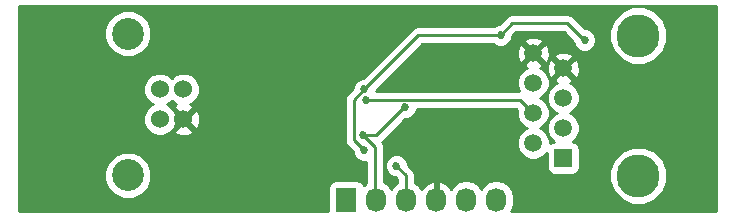
<source format=gbl>
G04 #@! TF.FileFunction,Copper,L2,Bot,Signal*
%FSLAX46Y46*%
G04 Gerber Fmt 4.6, Leading zero omitted, Abs format (unit mm)*
G04 Created by KiCad (PCBNEW 4.0.2-stable) date Friday, May 27, 2016 'PMt' 10:32:27 PM*
%MOMM*%
G01*
G04 APERTURE LIST*
%ADD10C,0.100000*%
%ADD11C,3.649980*%
%ADD12R,1.501140X1.501140*%
%ADD13C,1.501140*%
%ADD14C,1.524000*%
%ADD15C,2.700020*%
%ADD16R,1.727200X2.032000*%
%ADD17O,1.727200X2.032000*%
%ADD18C,0.685800*%
%ADD19C,0.254000*%
G04 APERTURE END LIST*
D10*
D11*
X91846400Y-37343080D03*
X91846400Y-49212500D03*
D12*
X85496400Y-47726600D03*
D13*
X82956400Y-46456600D03*
X85496400Y-45186600D03*
X82956400Y-43916600D03*
X85496400Y-42646600D03*
X82956400Y-41376600D03*
X85496400Y-40106600D03*
X82956400Y-38836600D03*
D14*
X53340000Y-41910000D03*
X53340000Y-44450000D03*
X51341020Y-44450000D03*
X51341020Y-41910000D03*
D15*
X48641000Y-37180520D03*
X48641000Y-49179480D03*
D16*
X67119500Y-51244500D03*
D17*
X69659500Y-51244500D03*
X72199500Y-51244500D03*
X74739500Y-51244500D03*
X77279500Y-51244500D03*
X79819500Y-51244500D03*
D18*
X71374000Y-46482000D03*
X72136000Y-35306000D03*
X65913000Y-35369500D03*
X60579000Y-40767000D03*
X73914000Y-39268400D03*
X60401200Y-47345600D03*
X87312500Y-37719000D03*
X68643500Y-47053500D03*
X68643500Y-41910000D03*
X80200500Y-37338000D03*
X68770500Y-42799000D03*
X68580000Y-45783500D03*
X72136000Y-43434000D03*
X71374000Y-48370200D03*
D19*
X80200500Y-37338000D02*
X80200500Y-37274500D01*
X80200500Y-37274500D02*
X81153000Y-36322000D01*
X81153000Y-36322000D02*
X85852000Y-36322000D01*
X85852000Y-36322000D02*
X87249000Y-37719000D01*
X87249000Y-37719000D02*
X87312500Y-37719000D01*
X73215500Y-37338000D02*
X68643500Y-41910000D01*
X80200500Y-37338000D02*
X73215500Y-37338000D01*
X68643500Y-47053500D02*
X67754500Y-46164500D01*
X67754500Y-46164500D02*
X67754500Y-42799000D01*
X67754500Y-42799000D02*
X68643500Y-41910000D01*
X68770500Y-42799000D02*
X81838800Y-42799000D01*
X81838800Y-42799000D02*
X82956400Y-43916600D01*
X68580000Y-45783500D02*
X69596000Y-46799500D01*
X69596000Y-46799500D02*
X69596000Y-51206400D01*
X69596000Y-51206400D02*
X69646800Y-51257200D01*
X68580000Y-45783500D02*
X69659500Y-45783500D01*
X69659500Y-45783500D02*
X72009000Y-43434000D01*
X72009000Y-43434000D02*
X72136000Y-43434000D01*
X71374000Y-48370200D02*
X72186800Y-49183000D01*
X72186800Y-49183000D02*
X72186800Y-51257200D01*
G36*
X98451600Y-52223600D02*
X81056448Y-52223600D01*
X81204026Y-52002734D01*
X81318100Y-51429245D01*
X81318100Y-51059755D01*
X81204026Y-50486266D01*
X80879170Y-50000085D01*
X80429575Y-49699675D01*
X89385984Y-49699675D01*
X89759706Y-50604152D01*
X90451108Y-51296762D01*
X91354931Y-51672062D01*
X92333575Y-51672916D01*
X93238052Y-51299194D01*
X93930662Y-50607792D01*
X94305962Y-49703969D01*
X94306816Y-48725325D01*
X93933094Y-47820848D01*
X93241692Y-47128238D01*
X92337869Y-46752938D01*
X91359225Y-46752084D01*
X90454748Y-47125806D01*
X89762138Y-47817208D01*
X89386838Y-48721031D01*
X89385984Y-49699675D01*
X80429575Y-49699675D01*
X80392989Y-49675229D01*
X79819500Y-49561155D01*
X79246011Y-49675229D01*
X78759830Y-50000085D01*
X78549500Y-50314866D01*
X78339170Y-50000085D01*
X77852989Y-49675229D01*
X77279500Y-49561155D01*
X76706011Y-49675229D01*
X76219830Y-50000085D01*
X76013039Y-50309569D01*
X75641536Y-49893768D01*
X75114291Y-49639791D01*
X75098526Y-49637142D01*
X74866500Y-49758283D01*
X74866500Y-51117500D01*
X74886500Y-51117500D01*
X74886500Y-51371500D01*
X74866500Y-51371500D01*
X74866500Y-51391500D01*
X74612500Y-51391500D01*
X74612500Y-51371500D01*
X74592500Y-51371500D01*
X74592500Y-51117500D01*
X74612500Y-51117500D01*
X74612500Y-49758283D01*
X74380474Y-49637142D01*
X74364709Y-49639791D01*
X73837464Y-49893768D01*
X73465961Y-50309569D01*
X73259170Y-50000085D01*
X72948800Y-49792702D01*
X72948800Y-49183000D01*
X72890796Y-48891395D01*
X72782327Y-48729060D01*
X72725616Y-48644185D01*
X72351987Y-48270557D01*
X72352069Y-48176537D01*
X72203507Y-47816988D01*
X71928659Y-47541660D01*
X71569370Y-47392470D01*
X71180337Y-47392131D01*
X70820788Y-47540693D01*
X70545460Y-47815541D01*
X70396270Y-48174830D01*
X70395931Y-48563863D01*
X70544493Y-48923412D01*
X70819341Y-49198740D01*
X71178630Y-49347930D01*
X71274183Y-49348013D01*
X71424800Y-49498631D01*
X71424800Y-49809674D01*
X71139830Y-50000085D01*
X70929500Y-50314866D01*
X70719170Y-50000085D01*
X70358000Y-49758759D01*
X70358000Y-46799500D01*
X70299996Y-46507895D01*
X70182884Y-46332626D01*
X70198315Y-46322315D01*
X72108754Y-44411877D01*
X72329663Y-44412069D01*
X72689212Y-44263507D01*
X72964540Y-43988659D01*
X73113730Y-43629370D01*
X73113790Y-43561000D01*
X81523170Y-43561000D01*
X81580132Y-43617962D01*
X81571071Y-43639784D01*
X81570590Y-44190998D01*
X81781086Y-44700437D01*
X82170513Y-45090544D01*
X82401781Y-45186575D01*
X82172563Y-45281286D01*
X81782456Y-45670713D01*
X81571071Y-46179784D01*
X81570590Y-46730998D01*
X81781086Y-47240437D01*
X82170513Y-47630544D01*
X82679584Y-47841929D01*
X83230798Y-47842410D01*
X83740237Y-47631914D01*
X84098390Y-47274385D01*
X84098390Y-48477170D01*
X84142668Y-48712487D01*
X84281740Y-48928611D01*
X84493940Y-49073601D01*
X84745830Y-49124610D01*
X86246970Y-49124610D01*
X86482287Y-49080332D01*
X86698411Y-48941260D01*
X86843401Y-48729060D01*
X86894410Y-48477170D01*
X86894410Y-46976030D01*
X86850132Y-46740713D01*
X86711060Y-46524589D01*
X86498860Y-46379599D01*
X86302379Y-46339811D01*
X86670344Y-45972487D01*
X86881729Y-45463416D01*
X86882210Y-44912202D01*
X86671714Y-44402763D01*
X86282287Y-44012656D01*
X86051019Y-43916625D01*
X86280237Y-43821914D01*
X86670344Y-43432487D01*
X86881729Y-42923416D01*
X86882210Y-42372202D01*
X86671714Y-41862763D01*
X86282287Y-41472656D01*
X86066904Y-41383221D01*
X86220665Y-41319531D01*
X86288725Y-41078530D01*
X85496400Y-40286205D01*
X84704075Y-41078530D01*
X84772135Y-41319531D01*
X84937440Y-41378369D01*
X84712563Y-41471286D01*
X84322456Y-41860713D01*
X84111071Y-42369784D01*
X84110590Y-42920998D01*
X84321086Y-43430437D01*
X84710513Y-43820544D01*
X84941781Y-43916575D01*
X84712563Y-44011286D01*
X84322456Y-44400713D01*
X84111071Y-44909784D01*
X84110590Y-45460998D01*
X84321086Y-45970437D01*
X84689244Y-46339237D01*
X84510513Y-46372868D01*
X84341949Y-46481336D01*
X84342210Y-46182202D01*
X84131714Y-45672763D01*
X83742287Y-45282656D01*
X83511019Y-45186625D01*
X83740237Y-45091914D01*
X84130344Y-44702487D01*
X84341729Y-44193416D01*
X84342210Y-43642202D01*
X84131714Y-43132763D01*
X83742287Y-42742656D01*
X83511019Y-42646625D01*
X83740237Y-42551914D01*
X84130344Y-42162487D01*
X84341729Y-41653416D01*
X84342210Y-41102202D01*
X84131714Y-40592763D01*
X83742287Y-40202656D01*
X83526904Y-40113221D01*
X83680665Y-40049531D01*
X83722431Y-39901634D01*
X84098633Y-39901634D01*
X84126595Y-40452138D01*
X84283469Y-40830865D01*
X84524470Y-40898925D01*
X85316795Y-40106600D01*
X85676005Y-40106600D01*
X86468330Y-40898925D01*
X86709331Y-40830865D01*
X86894167Y-40311566D01*
X86866205Y-39761062D01*
X86709331Y-39382335D01*
X86468330Y-39314275D01*
X85676005Y-40106600D01*
X85316795Y-40106600D01*
X84524470Y-39314275D01*
X84283469Y-39382335D01*
X84098633Y-39901634D01*
X83722431Y-39901634D01*
X83748725Y-39808530D01*
X82956400Y-39016205D01*
X82164075Y-39808530D01*
X82232135Y-40049531D01*
X82397440Y-40108369D01*
X82172563Y-40201286D01*
X81782456Y-40590713D01*
X81571071Y-41099784D01*
X81570590Y-41650998D01*
X81730083Y-42037000D01*
X69621290Y-42037000D01*
X69621313Y-42009817D01*
X72999496Y-38631634D01*
X81558633Y-38631634D01*
X81586595Y-39182138D01*
X81743469Y-39560865D01*
X81984470Y-39628925D01*
X82776795Y-38836600D01*
X83136005Y-38836600D01*
X83928330Y-39628925D01*
X84169331Y-39560865D01*
X84321028Y-39134670D01*
X84704075Y-39134670D01*
X85496400Y-39926995D01*
X86288725Y-39134670D01*
X86220665Y-38893669D01*
X85701366Y-38708833D01*
X85150862Y-38736795D01*
X84772135Y-38893669D01*
X84704075Y-39134670D01*
X84321028Y-39134670D01*
X84354167Y-39041566D01*
X84326205Y-38491062D01*
X84169331Y-38112335D01*
X83928330Y-38044275D01*
X83136005Y-38836600D01*
X82776795Y-38836600D01*
X81984470Y-38044275D01*
X81743469Y-38112335D01*
X81558633Y-38631634D01*
X72999496Y-38631634D01*
X73531131Y-38100000D01*
X79579417Y-38100000D01*
X79645841Y-38166540D01*
X80005130Y-38315730D01*
X80394163Y-38316069D01*
X80753712Y-38167507D01*
X81029040Y-37892659D01*
X81040662Y-37864670D01*
X82164075Y-37864670D01*
X82956400Y-38656995D01*
X83748725Y-37864670D01*
X83680665Y-37623669D01*
X83161366Y-37438833D01*
X82610862Y-37466795D01*
X82232135Y-37623669D01*
X82164075Y-37864670D01*
X81040662Y-37864670D01*
X81178230Y-37533370D01*
X81178369Y-37374262D01*
X81468631Y-37084000D01*
X85536370Y-37084000D01*
X86334458Y-37882088D01*
X86334431Y-37912663D01*
X86482993Y-38272212D01*
X86757841Y-38547540D01*
X87117130Y-38696730D01*
X87506163Y-38697069D01*
X87865712Y-38548507D01*
X88141040Y-38273659D01*
X88290230Y-37914370D01*
X88290303Y-37830255D01*
X89385984Y-37830255D01*
X89759706Y-38734732D01*
X90451108Y-39427342D01*
X91354931Y-39802642D01*
X92333575Y-39803496D01*
X93238052Y-39429774D01*
X93930662Y-38738372D01*
X94305962Y-37834549D01*
X94306816Y-36855905D01*
X93933094Y-35951428D01*
X93241692Y-35258818D01*
X92337869Y-34883518D01*
X91359225Y-34882664D01*
X90454748Y-35256386D01*
X89762138Y-35947788D01*
X89386838Y-36851611D01*
X89385984Y-37830255D01*
X88290303Y-37830255D01*
X88290569Y-37525337D01*
X88142007Y-37165788D01*
X87867159Y-36890460D01*
X87507870Y-36741270D01*
X87348762Y-36741131D01*
X86390815Y-35783185D01*
X86143605Y-35618004D01*
X85852000Y-35560000D01*
X81153000Y-35560000D01*
X80861395Y-35618004D01*
X80614184Y-35783185D01*
X80037412Y-36359958D01*
X80006837Y-36359931D01*
X79647288Y-36508493D01*
X79579663Y-36576000D01*
X73215500Y-36576000D01*
X72923895Y-36634004D01*
X72676684Y-36799185D01*
X68543857Y-40932013D01*
X68449837Y-40931931D01*
X68090288Y-41080493D01*
X67814960Y-41355341D01*
X67665770Y-41714630D01*
X67665687Y-41810183D01*
X67215685Y-42260185D01*
X67050504Y-42507395D01*
X66992500Y-42799000D01*
X66992500Y-46164500D01*
X67050504Y-46456105D01*
X67128217Y-46572410D01*
X67215685Y-46703315D01*
X67665513Y-47153143D01*
X67665431Y-47247163D01*
X67813993Y-47606712D01*
X68088841Y-47882040D01*
X68448130Y-48031230D01*
X68834000Y-48031566D01*
X68834000Y-49843617D01*
X68599830Y-50000085D01*
X68590257Y-50014413D01*
X68586262Y-49993183D01*
X68447190Y-49777059D01*
X68234990Y-49632069D01*
X67983100Y-49581060D01*
X66255900Y-49581060D01*
X66020583Y-49625338D01*
X65804459Y-49764410D01*
X65659469Y-49976610D01*
X65608460Y-50228500D01*
X65608460Y-52223600D01*
X39419600Y-52223600D01*
X39419600Y-49572591D01*
X46655646Y-49572591D01*
X46957209Y-50302429D01*
X47515114Y-50861309D01*
X48244425Y-51164145D01*
X49034111Y-51164834D01*
X49763949Y-50863271D01*
X50322829Y-50305366D01*
X50625665Y-49576055D01*
X50626354Y-48786369D01*
X50324791Y-48056531D01*
X49766886Y-47497651D01*
X49037575Y-47194815D01*
X48247889Y-47194126D01*
X47518051Y-47495689D01*
X46959171Y-48053594D01*
X46656335Y-48782905D01*
X46655646Y-49572591D01*
X39419600Y-49572591D01*
X39419600Y-42186661D01*
X49943778Y-42186661D01*
X50156010Y-42700303D01*
X50548650Y-43093629D01*
X50756532Y-43179949D01*
X50550717Y-43264990D01*
X50157391Y-43657630D01*
X49944263Y-44170900D01*
X49943778Y-44726661D01*
X50156010Y-45240303D01*
X50548650Y-45633629D01*
X51061920Y-45846757D01*
X51617681Y-45847242D01*
X52131323Y-45635010D01*
X52336477Y-45430213D01*
X52539392Y-45430213D01*
X52608857Y-45672397D01*
X53132302Y-45859144D01*
X53687368Y-45831362D01*
X54071143Y-45672397D01*
X54140608Y-45430213D01*
X53340000Y-44629605D01*
X52539392Y-45430213D01*
X52336477Y-45430213D01*
X52524649Y-45242370D01*
X52635866Y-44974529D01*
X53160395Y-44450000D01*
X53519605Y-44450000D01*
X54320213Y-45250608D01*
X54562397Y-45181143D01*
X54749144Y-44657698D01*
X54721362Y-44102632D01*
X54562397Y-43718857D01*
X54320213Y-43649392D01*
X53519605Y-44450000D01*
X53160395Y-44450000D01*
X52635831Y-43925436D01*
X52526030Y-43659697D01*
X52133390Y-43266371D01*
X51925508Y-43180051D01*
X52131323Y-43095010D01*
X52340530Y-42886168D01*
X52547630Y-43093629D01*
X52739727Y-43173395D01*
X52608857Y-43227603D01*
X52539392Y-43469787D01*
X53340000Y-44270395D01*
X54140608Y-43469787D01*
X54071143Y-43227603D01*
X53930682Y-43177491D01*
X54130303Y-43095010D01*
X54523629Y-42702370D01*
X54736757Y-42189100D01*
X54737242Y-41633339D01*
X54525010Y-41119697D01*
X54132370Y-40726371D01*
X53619100Y-40513243D01*
X53063339Y-40512758D01*
X52549697Y-40724990D01*
X52340490Y-40933832D01*
X52133390Y-40726371D01*
X51620120Y-40513243D01*
X51064359Y-40512758D01*
X50550717Y-40724990D01*
X50157391Y-41117630D01*
X49944263Y-41630900D01*
X49943778Y-42186661D01*
X39419600Y-42186661D01*
X39419600Y-37573631D01*
X46655646Y-37573631D01*
X46957209Y-38303469D01*
X47515114Y-38862349D01*
X48244425Y-39165185D01*
X49034111Y-39165874D01*
X49763949Y-38864311D01*
X50322829Y-38306406D01*
X50625665Y-37577095D01*
X50626354Y-36787409D01*
X50324791Y-36057571D01*
X49766886Y-35498691D01*
X49037575Y-35195855D01*
X48247889Y-35195166D01*
X47518051Y-35496729D01*
X46959171Y-36054634D01*
X46656335Y-36783945D01*
X46655646Y-37573631D01*
X39419600Y-37573631D01*
X39419600Y-34847600D01*
X98451600Y-34847600D01*
X98451600Y-52223600D01*
X98451600Y-52223600D01*
G37*
X98451600Y-52223600D02*
X81056448Y-52223600D01*
X81204026Y-52002734D01*
X81318100Y-51429245D01*
X81318100Y-51059755D01*
X81204026Y-50486266D01*
X80879170Y-50000085D01*
X80429575Y-49699675D01*
X89385984Y-49699675D01*
X89759706Y-50604152D01*
X90451108Y-51296762D01*
X91354931Y-51672062D01*
X92333575Y-51672916D01*
X93238052Y-51299194D01*
X93930662Y-50607792D01*
X94305962Y-49703969D01*
X94306816Y-48725325D01*
X93933094Y-47820848D01*
X93241692Y-47128238D01*
X92337869Y-46752938D01*
X91359225Y-46752084D01*
X90454748Y-47125806D01*
X89762138Y-47817208D01*
X89386838Y-48721031D01*
X89385984Y-49699675D01*
X80429575Y-49699675D01*
X80392989Y-49675229D01*
X79819500Y-49561155D01*
X79246011Y-49675229D01*
X78759830Y-50000085D01*
X78549500Y-50314866D01*
X78339170Y-50000085D01*
X77852989Y-49675229D01*
X77279500Y-49561155D01*
X76706011Y-49675229D01*
X76219830Y-50000085D01*
X76013039Y-50309569D01*
X75641536Y-49893768D01*
X75114291Y-49639791D01*
X75098526Y-49637142D01*
X74866500Y-49758283D01*
X74866500Y-51117500D01*
X74886500Y-51117500D01*
X74886500Y-51371500D01*
X74866500Y-51371500D01*
X74866500Y-51391500D01*
X74612500Y-51391500D01*
X74612500Y-51371500D01*
X74592500Y-51371500D01*
X74592500Y-51117500D01*
X74612500Y-51117500D01*
X74612500Y-49758283D01*
X74380474Y-49637142D01*
X74364709Y-49639791D01*
X73837464Y-49893768D01*
X73465961Y-50309569D01*
X73259170Y-50000085D01*
X72948800Y-49792702D01*
X72948800Y-49183000D01*
X72890796Y-48891395D01*
X72782327Y-48729060D01*
X72725616Y-48644185D01*
X72351987Y-48270557D01*
X72352069Y-48176537D01*
X72203507Y-47816988D01*
X71928659Y-47541660D01*
X71569370Y-47392470D01*
X71180337Y-47392131D01*
X70820788Y-47540693D01*
X70545460Y-47815541D01*
X70396270Y-48174830D01*
X70395931Y-48563863D01*
X70544493Y-48923412D01*
X70819341Y-49198740D01*
X71178630Y-49347930D01*
X71274183Y-49348013D01*
X71424800Y-49498631D01*
X71424800Y-49809674D01*
X71139830Y-50000085D01*
X70929500Y-50314866D01*
X70719170Y-50000085D01*
X70358000Y-49758759D01*
X70358000Y-46799500D01*
X70299996Y-46507895D01*
X70182884Y-46332626D01*
X70198315Y-46322315D01*
X72108754Y-44411877D01*
X72329663Y-44412069D01*
X72689212Y-44263507D01*
X72964540Y-43988659D01*
X73113730Y-43629370D01*
X73113790Y-43561000D01*
X81523170Y-43561000D01*
X81580132Y-43617962D01*
X81571071Y-43639784D01*
X81570590Y-44190998D01*
X81781086Y-44700437D01*
X82170513Y-45090544D01*
X82401781Y-45186575D01*
X82172563Y-45281286D01*
X81782456Y-45670713D01*
X81571071Y-46179784D01*
X81570590Y-46730998D01*
X81781086Y-47240437D01*
X82170513Y-47630544D01*
X82679584Y-47841929D01*
X83230798Y-47842410D01*
X83740237Y-47631914D01*
X84098390Y-47274385D01*
X84098390Y-48477170D01*
X84142668Y-48712487D01*
X84281740Y-48928611D01*
X84493940Y-49073601D01*
X84745830Y-49124610D01*
X86246970Y-49124610D01*
X86482287Y-49080332D01*
X86698411Y-48941260D01*
X86843401Y-48729060D01*
X86894410Y-48477170D01*
X86894410Y-46976030D01*
X86850132Y-46740713D01*
X86711060Y-46524589D01*
X86498860Y-46379599D01*
X86302379Y-46339811D01*
X86670344Y-45972487D01*
X86881729Y-45463416D01*
X86882210Y-44912202D01*
X86671714Y-44402763D01*
X86282287Y-44012656D01*
X86051019Y-43916625D01*
X86280237Y-43821914D01*
X86670344Y-43432487D01*
X86881729Y-42923416D01*
X86882210Y-42372202D01*
X86671714Y-41862763D01*
X86282287Y-41472656D01*
X86066904Y-41383221D01*
X86220665Y-41319531D01*
X86288725Y-41078530D01*
X85496400Y-40286205D01*
X84704075Y-41078530D01*
X84772135Y-41319531D01*
X84937440Y-41378369D01*
X84712563Y-41471286D01*
X84322456Y-41860713D01*
X84111071Y-42369784D01*
X84110590Y-42920998D01*
X84321086Y-43430437D01*
X84710513Y-43820544D01*
X84941781Y-43916575D01*
X84712563Y-44011286D01*
X84322456Y-44400713D01*
X84111071Y-44909784D01*
X84110590Y-45460998D01*
X84321086Y-45970437D01*
X84689244Y-46339237D01*
X84510513Y-46372868D01*
X84341949Y-46481336D01*
X84342210Y-46182202D01*
X84131714Y-45672763D01*
X83742287Y-45282656D01*
X83511019Y-45186625D01*
X83740237Y-45091914D01*
X84130344Y-44702487D01*
X84341729Y-44193416D01*
X84342210Y-43642202D01*
X84131714Y-43132763D01*
X83742287Y-42742656D01*
X83511019Y-42646625D01*
X83740237Y-42551914D01*
X84130344Y-42162487D01*
X84341729Y-41653416D01*
X84342210Y-41102202D01*
X84131714Y-40592763D01*
X83742287Y-40202656D01*
X83526904Y-40113221D01*
X83680665Y-40049531D01*
X83722431Y-39901634D01*
X84098633Y-39901634D01*
X84126595Y-40452138D01*
X84283469Y-40830865D01*
X84524470Y-40898925D01*
X85316795Y-40106600D01*
X85676005Y-40106600D01*
X86468330Y-40898925D01*
X86709331Y-40830865D01*
X86894167Y-40311566D01*
X86866205Y-39761062D01*
X86709331Y-39382335D01*
X86468330Y-39314275D01*
X85676005Y-40106600D01*
X85316795Y-40106600D01*
X84524470Y-39314275D01*
X84283469Y-39382335D01*
X84098633Y-39901634D01*
X83722431Y-39901634D01*
X83748725Y-39808530D01*
X82956400Y-39016205D01*
X82164075Y-39808530D01*
X82232135Y-40049531D01*
X82397440Y-40108369D01*
X82172563Y-40201286D01*
X81782456Y-40590713D01*
X81571071Y-41099784D01*
X81570590Y-41650998D01*
X81730083Y-42037000D01*
X69621290Y-42037000D01*
X69621313Y-42009817D01*
X72999496Y-38631634D01*
X81558633Y-38631634D01*
X81586595Y-39182138D01*
X81743469Y-39560865D01*
X81984470Y-39628925D01*
X82776795Y-38836600D01*
X83136005Y-38836600D01*
X83928330Y-39628925D01*
X84169331Y-39560865D01*
X84321028Y-39134670D01*
X84704075Y-39134670D01*
X85496400Y-39926995D01*
X86288725Y-39134670D01*
X86220665Y-38893669D01*
X85701366Y-38708833D01*
X85150862Y-38736795D01*
X84772135Y-38893669D01*
X84704075Y-39134670D01*
X84321028Y-39134670D01*
X84354167Y-39041566D01*
X84326205Y-38491062D01*
X84169331Y-38112335D01*
X83928330Y-38044275D01*
X83136005Y-38836600D01*
X82776795Y-38836600D01*
X81984470Y-38044275D01*
X81743469Y-38112335D01*
X81558633Y-38631634D01*
X72999496Y-38631634D01*
X73531131Y-38100000D01*
X79579417Y-38100000D01*
X79645841Y-38166540D01*
X80005130Y-38315730D01*
X80394163Y-38316069D01*
X80753712Y-38167507D01*
X81029040Y-37892659D01*
X81040662Y-37864670D01*
X82164075Y-37864670D01*
X82956400Y-38656995D01*
X83748725Y-37864670D01*
X83680665Y-37623669D01*
X83161366Y-37438833D01*
X82610862Y-37466795D01*
X82232135Y-37623669D01*
X82164075Y-37864670D01*
X81040662Y-37864670D01*
X81178230Y-37533370D01*
X81178369Y-37374262D01*
X81468631Y-37084000D01*
X85536370Y-37084000D01*
X86334458Y-37882088D01*
X86334431Y-37912663D01*
X86482993Y-38272212D01*
X86757841Y-38547540D01*
X87117130Y-38696730D01*
X87506163Y-38697069D01*
X87865712Y-38548507D01*
X88141040Y-38273659D01*
X88290230Y-37914370D01*
X88290303Y-37830255D01*
X89385984Y-37830255D01*
X89759706Y-38734732D01*
X90451108Y-39427342D01*
X91354931Y-39802642D01*
X92333575Y-39803496D01*
X93238052Y-39429774D01*
X93930662Y-38738372D01*
X94305962Y-37834549D01*
X94306816Y-36855905D01*
X93933094Y-35951428D01*
X93241692Y-35258818D01*
X92337869Y-34883518D01*
X91359225Y-34882664D01*
X90454748Y-35256386D01*
X89762138Y-35947788D01*
X89386838Y-36851611D01*
X89385984Y-37830255D01*
X88290303Y-37830255D01*
X88290569Y-37525337D01*
X88142007Y-37165788D01*
X87867159Y-36890460D01*
X87507870Y-36741270D01*
X87348762Y-36741131D01*
X86390815Y-35783185D01*
X86143605Y-35618004D01*
X85852000Y-35560000D01*
X81153000Y-35560000D01*
X80861395Y-35618004D01*
X80614184Y-35783185D01*
X80037412Y-36359958D01*
X80006837Y-36359931D01*
X79647288Y-36508493D01*
X79579663Y-36576000D01*
X73215500Y-36576000D01*
X72923895Y-36634004D01*
X72676684Y-36799185D01*
X68543857Y-40932013D01*
X68449837Y-40931931D01*
X68090288Y-41080493D01*
X67814960Y-41355341D01*
X67665770Y-41714630D01*
X67665687Y-41810183D01*
X67215685Y-42260185D01*
X67050504Y-42507395D01*
X66992500Y-42799000D01*
X66992500Y-46164500D01*
X67050504Y-46456105D01*
X67128217Y-46572410D01*
X67215685Y-46703315D01*
X67665513Y-47153143D01*
X67665431Y-47247163D01*
X67813993Y-47606712D01*
X68088841Y-47882040D01*
X68448130Y-48031230D01*
X68834000Y-48031566D01*
X68834000Y-49843617D01*
X68599830Y-50000085D01*
X68590257Y-50014413D01*
X68586262Y-49993183D01*
X68447190Y-49777059D01*
X68234990Y-49632069D01*
X67983100Y-49581060D01*
X66255900Y-49581060D01*
X66020583Y-49625338D01*
X65804459Y-49764410D01*
X65659469Y-49976610D01*
X65608460Y-50228500D01*
X65608460Y-52223600D01*
X39419600Y-52223600D01*
X39419600Y-49572591D01*
X46655646Y-49572591D01*
X46957209Y-50302429D01*
X47515114Y-50861309D01*
X48244425Y-51164145D01*
X49034111Y-51164834D01*
X49763949Y-50863271D01*
X50322829Y-50305366D01*
X50625665Y-49576055D01*
X50626354Y-48786369D01*
X50324791Y-48056531D01*
X49766886Y-47497651D01*
X49037575Y-47194815D01*
X48247889Y-47194126D01*
X47518051Y-47495689D01*
X46959171Y-48053594D01*
X46656335Y-48782905D01*
X46655646Y-49572591D01*
X39419600Y-49572591D01*
X39419600Y-42186661D01*
X49943778Y-42186661D01*
X50156010Y-42700303D01*
X50548650Y-43093629D01*
X50756532Y-43179949D01*
X50550717Y-43264990D01*
X50157391Y-43657630D01*
X49944263Y-44170900D01*
X49943778Y-44726661D01*
X50156010Y-45240303D01*
X50548650Y-45633629D01*
X51061920Y-45846757D01*
X51617681Y-45847242D01*
X52131323Y-45635010D01*
X52336477Y-45430213D01*
X52539392Y-45430213D01*
X52608857Y-45672397D01*
X53132302Y-45859144D01*
X53687368Y-45831362D01*
X54071143Y-45672397D01*
X54140608Y-45430213D01*
X53340000Y-44629605D01*
X52539392Y-45430213D01*
X52336477Y-45430213D01*
X52524649Y-45242370D01*
X52635866Y-44974529D01*
X53160395Y-44450000D01*
X53519605Y-44450000D01*
X54320213Y-45250608D01*
X54562397Y-45181143D01*
X54749144Y-44657698D01*
X54721362Y-44102632D01*
X54562397Y-43718857D01*
X54320213Y-43649392D01*
X53519605Y-44450000D01*
X53160395Y-44450000D01*
X52635831Y-43925436D01*
X52526030Y-43659697D01*
X52133390Y-43266371D01*
X51925508Y-43180051D01*
X52131323Y-43095010D01*
X52340530Y-42886168D01*
X52547630Y-43093629D01*
X52739727Y-43173395D01*
X52608857Y-43227603D01*
X52539392Y-43469787D01*
X53340000Y-44270395D01*
X54140608Y-43469787D01*
X54071143Y-43227603D01*
X53930682Y-43177491D01*
X54130303Y-43095010D01*
X54523629Y-42702370D01*
X54736757Y-42189100D01*
X54737242Y-41633339D01*
X54525010Y-41119697D01*
X54132370Y-40726371D01*
X53619100Y-40513243D01*
X53063339Y-40512758D01*
X52549697Y-40724990D01*
X52340490Y-40933832D01*
X52133390Y-40726371D01*
X51620120Y-40513243D01*
X51064359Y-40512758D01*
X50550717Y-40724990D01*
X50157391Y-41117630D01*
X49944263Y-41630900D01*
X49943778Y-42186661D01*
X39419600Y-42186661D01*
X39419600Y-37573631D01*
X46655646Y-37573631D01*
X46957209Y-38303469D01*
X47515114Y-38862349D01*
X48244425Y-39165185D01*
X49034111Y-39165874D01*
X49763949Y-38864311D01*
X50322829Y-38306406D01*
X50625665Y-37577095D01*
X50626354Y-36787409D01*
X50324791Y-36057571D01*
X49766886Y-35498691D01*
X49037575Y-35195855D01*
X48247889Y-35195166D01*
X47518051Y-35496729D01*
X46959171Y-36054634D01*
X46656335Y-36783945D01*
X46655646Y-37573631D01*
X39419600Y-37573631D01*
X39419600Y-34847600D01*
X98451600Y-34847600D01*
X98451600Y-52223600D01*
M02*

</source>
